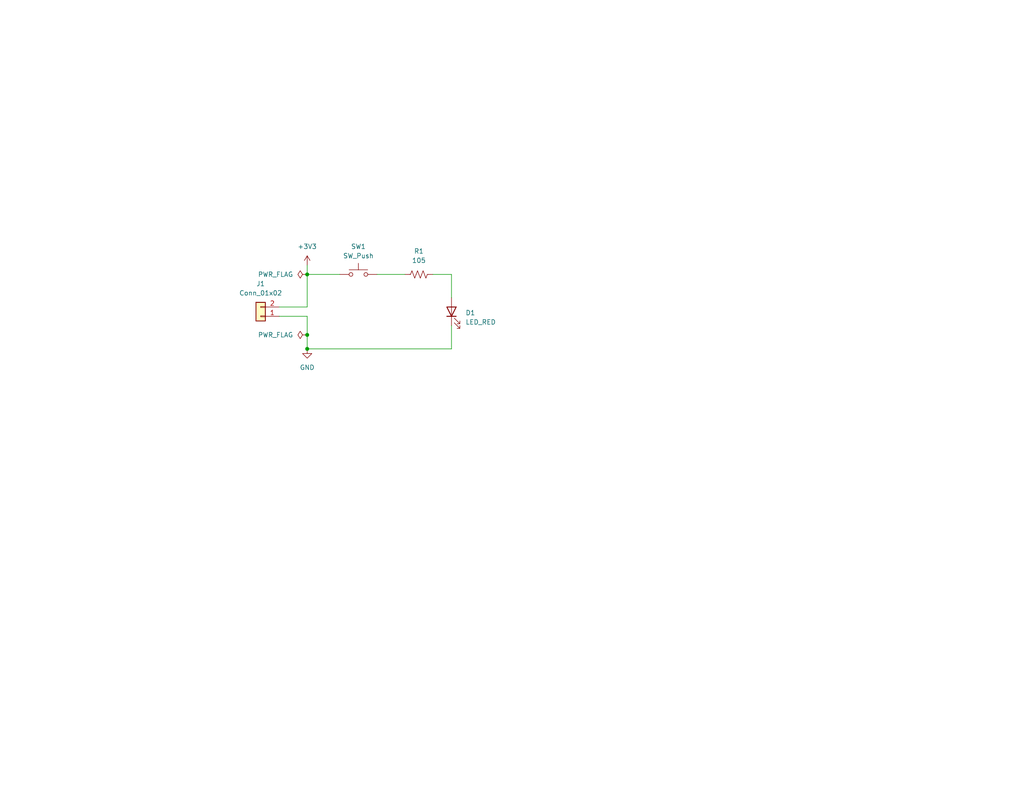
<source format=kicad_sch>
(kicad_sch (version 20231120) (generator "eeschema") (generator_version "8.0")
  (paper "USLetter")
  (title_block (title "Template") (date "2022-08-16") (rev "0.0") (company "Illini Solar Car") (comment 1 "Designed By: Your Name"))
  (lib_symbols
    (symbol "Connector_Generic:Conn_01x02" (pin_names (offset 1.016) hide)
      (property "Reference" "J" (at 0 2.54 0))
      (property "Value" "Conn_01x02" (at 0 -5.08 0))
      (symbol "Conn_01x02_1_1"
        (rectangle (start -1.27 -2.413) (end 0 -2.667) (stroke (width 0.1524)))
        (rectangle (start -1.27 0.127) (end 0 -0.127) (stroke (width 0.1524)))
        (rectangle (start -1.27 1.27) (end 1.27 -3.81) (stroke (width 0.254)) (fill (type background)))
        (pin passive line (at -5.08 0 0) (length 3.81) (name "Pin_1") (number "1"))
        (pin passive line (at -5.08 -2.54 0) (length 3.81) (name "Pin_2") (number "2"))
      )
    )
    (symbol "Device:LED" (pin_numbers hide) (pin_names (offset 1.016) hide)
      (property "Reference" "D" (at 0 2.54 0))
      (property "Value" "LED" (at 0 -2.54 0))
      (symbol "LED_0_1"
        (polyline (pts (xy -1.27 -1.27) (xy -1.27 1.27)) (stroke (width 0.254)))
        (polyline (pts (xy -1.27 0) (xy 1.27 0)))
        (polyline (pts (xy 1.27 -1.27) (xy 1.27 1.27) (xy -1.27 0) (xy 1.27 -1.27)) (stroke (width 0.254)))
        (polyline (pts (xy -3.048 -0.762) (xy -4.572 -2.286) (xy -3.81 -2.286) (xy -4.572 -2.286) (xy -4.572 -1.524)))
        (polyline (pts (xy -1.778 -0.762) (xy -3.302 -2.286) (xy -2.54 -2.286) (xy -3.302 -2.286) (xy -3.302 -1.524)))
      )
      (symbol "LED_1_1"
        (pin passive line (at -3.81 0 0) (length 2.54) (name "K") (number "1"))
        (pin passive line (at 3.81 0 180) (length 2.54) (name "A") (number "2"))
      )
    )
    (symbol "Switch:SW_Push" (pin_numbers hide) (pin_names (offset 1.016) hide)
      (property "Reference" "SW" (at 1.27 2.54 0))
      (property "Value" "SW_Push" (at 0 -1.524 0))
      (symbol "SW_Push_0_1"
        (circle (center -2.032 0) (radius 0.508))
        (polyline (pts (xy 0 1.27) (xy 0 3.048)))
        (polyline (pts (xy 2.54 1.27) (xy -2.54 1.27)))
        (circle (center 2.032 0) (radius 0.508))
        (pin passive line (at -5.08 0 0) (length 2.54) (name "1") (number "1"))
        (pin passive line (at 5.08 0 180) (length 2.54) (name "2") (number "2"))
      )
    )
    (symbol "device:R_US" (pin_numbers hide) (pin_names (offset 0))
      (property "Reference" "R" (at 2.54 0 90))
      (property "Value" "R_US" (at -2.54 0 90))
      (symbol "R_US_0_1"
        (polyline (pts (xy 0 -2.286) (xy 0 -2.54)))
        (polyline (pts (xy 0 2.286) (xy 0 2.54)))
        (polyline (pts (xy 0 -0.762) (xy 1.016 -1.143) (xy 0 -1.524) (xy -1.016 -1.905) (xy 0 -2.286)))
        (polyline (pts (xy 0 0.762) (xy 1.016 0.381) (xy 0 0) (xy -1.016 -0.381) (xy 0 -0.762)))
        (polyline (pts (xy 0 2.286) (xy 1.016 1.905) (xy 0 1.524) (xy -1.016 1.143) (xy 0 0.762)))
      )
      (symbol "R_US_1_1"
        (pin passive line (at 0 3.81 270) (length 1.27) (name "~") (number "1"))
        (pin passive line (at 0 -3.81 90) (length 1.27) (name "~") (number "2"))
      )
    )
    (symbol "power:+3V3" (power) (pin_names (offset 0))
      (property "Value" "+3V3" (at 0 3.556 0))
      (symbol "+3V3_0_1"
        (polyline (pts (xy -0.762 1.27) (xy 0 2.54)))
        (polyline (pts (xy 0 0) (xy 0 2.54)))
        (polyline (pts (xy 0 2.54) (xy 0.762 1.27)))
      )
      (symbol "+3V3_1_1"
        (pin power_in line (at 0 0 90) (length 0) hide (name "+3V3") (number "1"))
      )
    )
    (symbol "power:GND" (power) (pin_names (offset 0))
      (property "Value" "GND" (at 0 -3.81 0))
      (symbol "GND_0_1"
        (polyline (pts (xy 0 0) (xy 0 -1.27) (xy 1.27 -1.27) (xy 0 -2.54) (xy -1.27 -1.27) (xy 0 -1.27)))
      )
      (symbol "GND_1_1"
        (pin power_in line (at 0 0 270) (length 0) hide (name "GND") (number "1"))
      )
    )
    (symbol "power:PWR_FLAG" (power) (pin_numbers hide) (pin_names (offset 0) hide)
      (property "Value" "PWR_FLAG" (at 0 3.81 0))
      (symbol "PWR_FLAG_0_0"
        (pin power_out line (at 0 0 90) (length 0) (name "pwr") (number "1"))
      )
      (symbol "PWR_FLAG_0_1"
        (polyline (pts (xy 0 0) (xy 0 1.27) (xy -1.016 1.905) (xy 0 2.54) (xy 1.016 1.905) (xy 0 1.27)))
      )
    )
  )
  (junction (at 83.82 95.25))
  (junction (at 83.82 91.44))
  (junction (at 83.82 74.93))
  (wire (pts (xy 123.19 88.9) (xy 123.19 95.25)))
  (wire (pts (xy 83.82 91.44) (xy 83.82 86.36)))
  (wire (pts (xy 83.82 74.93) (xy 92.71 74.93)))
  (wire (pts (xy 83.82 83.82) (xy 83.82 74.93)))
  (wire (pts (xy 83.82 95.25) (xy 123.19 95.25)))
  (wire (pts (xy 123.19 74.93) (xy 123.19 81.28)))
  (wire (pts (xy 83.82 95.25) (xy 83.82 91.44)))
  (wire (pts (xy 76.2 83.82) (xy 83.82 83.82)))
  (wire (pts (xy 83.82 74.93) (xy 83.82 72.39)))
  (wire (pts (xy 118.11 74.93) (xy 123.19 74.93)))
  (wire (pts (xy 76.2 86.36) (xy 83.82 86.36)))
  (wire (pts (xy 102.87 74.93) (xy 110.49 74.93)))
  (symbol (lib_id "device:R_US") (at 114.3 74.93 90) (unit 1)
    (property "Reference" "R1" (at 114.3 68.58 90))
    (property "Value" "105" (at 114.3 71.12 90))
    (property "Footprint" "Resistor_SMD:R_0603_1608Metric_Pad0.98x0.95mm_HandSolder" (effects (hide yes)))
    (property "Description" "Resistor, US symbol" (effects (hide yes)))
  )
  (symbol (lib_id "power:PWR_FLAG") (at 83.82 91.44 90) (unit 1)
    (property "Reference" "#FLG02" (effects (hide yes)))
    (property "Value" "PWR_FLAG" (at 80.01 91.4399 90) (effects (justify left)))
    (property "Description" "Special symbol for telling ERC where power comes from" (effects (hide yes)))
  )
  (symbol (lib_id "Switch:SW_Push") (at 97.79 74.93 0) (unit 1)
    (property "Reference" "SW1" (at 97.79 67.31 0))
    (property "Value" "SW_Push" (at 97.79 69.85 0))
    (property "Footprint" "Button_Switch_SMD:SW_DIP_SPSTx01_Slide_6.7x4.1mm_W8.61mm_P2.54mm_LowProfile" (effects (hide yes)))
    (property "Datasheet" "https://www.digikey.com/en/products/detail/te-connectivity-alcoswitch-switches/1825910-6/1632536?utm_adgroup=&utm_source=google&utm_medium=cpc&utm_campaign=PMax%20Shopping_Product_Low%20ROAS%20Categories&utm_term=&utm_content=&utm_id=go_cmp-20243063506_adg-_ad-__dev-c_ext-_prd-1632536_sig-Cj0KCQjwu-63BhC9ARIsAMMTLXQ69ANAnOSrkVPrY6v435FkixzdBUhbXrGmTZRAEKnp1RRFfA0pzgoaAuCpEALw_wcB&gad_source=1&gclid=Cj0KCQjwu-63BhC9ARIsAMMTLXQ69ANAnOSrkVPrY6v435FkixzdBUhbXrGmTZRAEKnp1RRFfA0pzgoaAuCpEALw_wcB" (effects (hide yes)))
    (property "Description" "Push button switch, generic, two pins" (effects (hide yes)))
    (property "MPN" "1825910-6" (effects (hide yes)))
  )
  (symbol (lib_id "power:PWR_FLAG") (at 83.82 74.93 90) (unit 1)
    (property "Reference" "#FLG01" (effects (hide yes)))
    (property "Value" "PWR_FLAG" (at 80.01 74.9299 90) (effects (justify left)))
    (property "Description" "Special symbol for telling ERC where power comes from" (effects (hide yes)))
  )
  (symbol (lib_id "Connector_Generic:Conn_01x02") (at 71.12 86.36 180) (unit 1)
    (property "Reference" "J1" (at 71.12 77.47 0))
    (property "Value" "Conn_01x02" (at 71.12 80.01 0))
    (property "Footprint" "Connector_Molex:Molex_KK-254_AE-6410-02A_1x02_P2.54mm_Vertical" (effects (hide yes)))
    (property "Datasheet" "https://www.molex.com/content/dam/molex/molex-dot-com/products/automated/en-us/salesdrawingpdf/641/6410/022272021_sd.pdf?inline" (effects (hide yes)))
    (property "Description" "Generic connector, single row, 01x02, script generated (kicad-library-utils/schlib/autogen/connector/)" (effects (hide yes)))
    (property "MPN" "022272021" (effects (hide yes)))
  )
  (symbol (lib_id "power:GND") (at 83.82 95.25 0) (unit 1)
    (property "Reference" "#PWR02" (effects (hide yes)))
    (property "Value" "GND" (at 83.82 100.33 0))
    (property "Description" "Power symbol creates a global label with name \"GND\" , ground" (effects (hide yes)))
  )
  (symbol (lib_id "power:+3V3") (at 83.82 72.39 0) (unit 1)
    (property "Reference" "#PWR01" (effects (hide yes)))
    (property "Value" "+3V3" (at 83.82 67.31 0))
    (property "Description" "Power symbol creates a global label with name \"+3V3\"" (effects (hide yes)))
  )
  (symbol (lib_id "Device:LED") (at 123.19 85.09 90) (unit 1)
    (property "Reference" "D1" (at 127 85.4074 90) (effects (justify right)))
    (property "Value" "LED_RED" (at 127 87.9474 90) (effects (justify right)))
    (property "Footprint" "layout:LED_0603_Symbol_on_F.SilkS" (effects (hide yes)))
    (property "Description" "Light emitting diode" (effects (hide yes)))
  )
)
</source>
